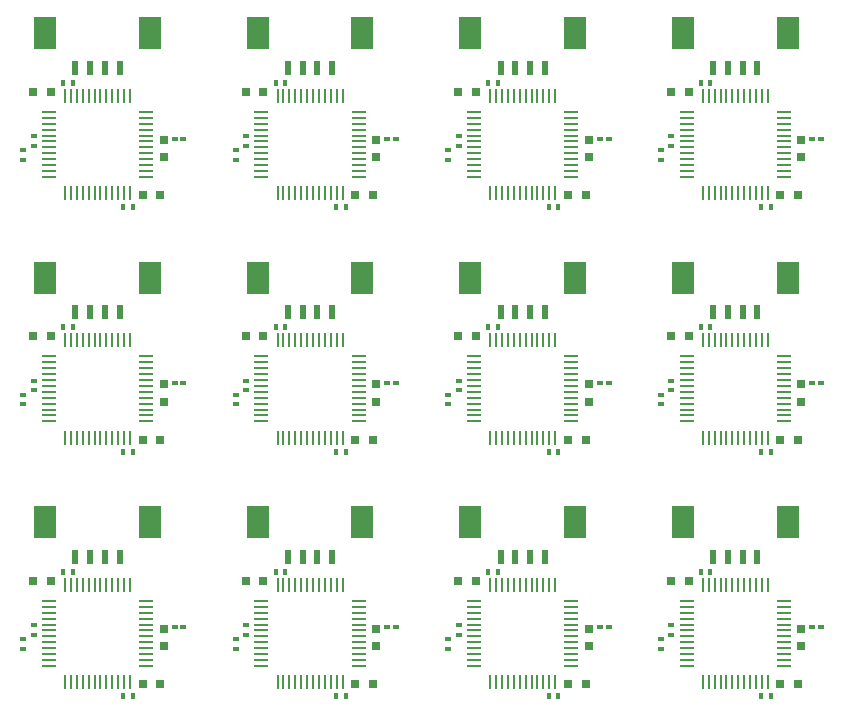
<source format=gtp>
G04*
G04 #@! TF.GenerationSoftware,Altium Limited,Altium Designer,20.1.11 (218)*
G04*
G04 Layer_Color=8421504*
%FSLAX25Y25*%
%MOIN*%
G70*
G04*
G04 #@! TF.SameCoordinates,4A8DF08C-7CCE-415C-BD08-992622932B33*
G04*
G04*
G04 #@! TF.FilePolarity,Positive*
G04*
G01*
G75*
%ADD14R,0.01968X0.01575*%
%ADD15R,0.01575X0.01968*%
%ADD16R,0.03150X0.03150*%
%ADD17R,0.01968X0.01772*%
%ADD18R,0.02362X0.04724*%
%ADD19R,0.07480X0.11024*%
%ADD20O,0.04921X0.00984*%
%ADD21O,0.00984X0.04921*%
%ADD22R,0.03150X0.03150*%
G54D14*
X85039Y-81890D02*
D03*
Y-78740D02*
D03*
X81496Y-86614D02*
D03*
Y-83465D02*
D03*
X85039Y81102D02*
D03*
Y84252D02*
D03*
X81496Y76378D02*
D03*
Y79528D02*
D03*
X85039Y-394D02*
D03*
Y2756D02*
D03*
X81496Y-5118D02*
D03*
Y-1969D02*
D03*
X-56693Y-394D02*
D03*
Y2756D02*
D03*
X-60236Y-5118D02*
D03*
Y-1969D02*
D03*
X-56693Y81102D02*
D03*
Y84252D02*
D03*
X-60236Y76378D02*
D03*
Y79528D02*
D03*
X-56693Y-81890D02*
D03*
Y-78740D02*
D03*
X-60236Y-86614D02*
D03*
Y-83465D02*
D03*
X-127559Y-394D02*
D03*
Y2756D02*
D03*
X-131102Y-5118D02*
D03*
Y-1969D02*
D03*
X14173Y-394D02*
D03*
Y2756D02*
D03*
X10630Y-5118D02*
D03*
Y-1969D02*
D03*
X-127559Y81102D02*
D03*
Y84252D02*
D03*
X-131102Y76378D02*
D03*
Y79528D02*
D03*
X14173Y81102D02*
D03*
Y84252D02*
D03*
X10630Y76378D02*
D03*
Y79528D02*
D03*
X-127559Y-81890D02*
D03*
Y-78740D02*
D03*
X-131102Y-86614D02*
D03*
Y-83465D02*
D03*
X14173Y-81890D02*
D03*
Y-78740D02*
D03*
X10630Y-86614D02*
D03*
Y-83465D02*
D03*
G54D15*
X118110Y-102362D02*
D03*
X114961D02*
D03*
X94882Y-61024D02*
D03*
X98032D02*
D03*
X118110Y60630D02*
D03*
X114961D02*
D03*
X94882Y101969D02*
D03*
X98032D02*
D03*
X118110Y-20866D02*
D03*
X114961D02*
D03*
X94882Y20472D02*
D03*
X98032D02*
D03*
X-23622Y-20866D02*
D03*
X-26772D02*
D03*
X-46850Y20472D02*
D03*
X-43701D02*
D03*
X-23622Y60630D02*
D03*
X-26772D02*
D03*
X-46850Y101969D02*
D03*
X-43701D02*
D03*
X-23622Y-102362D02*
D03*
X-26772D02*
D03*
X-46850Y-61024D02*
D03*
X-43701D02*
D03*
X-94488Y-20866D02*
D03*
X-97638D02*
D03*
X-117717Y20472D02*
D03*
X-114567D02*
D03*
X47244Y-20866D02*
D03*
X44094D02*
D03*
X24016Y20472D02*
D03*
X27165D02*
D03*
X-94488Y60630D02*
D03*
X-97638D02*
D03*
X-117717Y101969D02*
D03*
X-114567D02*
D03*
X47244Y60630D02*
D03*
X44094D02*
D03*
X24016Y101969D02*
D03*
X27165D02*
D03*
X-94488Y-102362D02*
D03*
X-97638D02*
D03*
X-117717Y-61024D02*
D03*
X-114567D02*
D03*
X47244Y-102362D02*
D03*
X44094D02*
D03*
X24016Y-61024D02*
D03*
X27165D02*
D03*
G54D16*
X127276Y-98472D02*
D03*
X121370D02*
D03*
X84823Y-63972D02*
D03*
X90728D02*
D03*
X127276Y64520D02*
D03*
X121370D02*
D03*
X84823Y99020D02*
D03*
X90728D02*
D03*
X127276Y-16976D02*
D03*
X121370D02*
D03*
X84823Y17524D02*
D03*
X90728D02*
D03*
X-14457Y-16976D02*
D03*
X-20362D02*
D03*
X-56910Y17524D02*
D03*
X-51004D02*
D03*
X-14457Y64520D02*
D03*
X-20362D02*
D03*
X-56910Y99020D02*
D03*
X-51004D02*
D03*
X-14457Y-98472D02*
D03*
X-20362D02*
D03*
X-56910Y-63972D02*
D03*
X-51004D02*
D03*
X-85323Y-16976D02*
D03*
X-91228D02*
D03*
X-127776Y17524D02*
D03*
X-121870D02*
D03*
X56409Y-16976D02*
D03*
X50504D02*
D03*
X13957Y17524D02*
D03*
X19862D02*
D03*
X-85323Y64520D02*
D03*
X-91228D02*
D03*
X-127776Y99020D02*
D03*
X-121870D02*
D03*
X56409Y64520D02*
D03*
X50504D02*
D03*
X13957Y99020D02*
D03*
X19862D02*
D03*
X-85323Y-98472D02*
D03*
X-91228D02*
D03*
X-127776Y-63972D02*
D03*
X-121870D02*
D03*
X56409Y-98472D02*
D03*
X50504D02*
D03*
X13957Y-63972D02*
D03*
X19862D02*
D03*
G54D17*
X131988Y-79528D02*
D03*
X134941D02*
D03*
X131988Y83465D02*
D03*
X134941D02*
D03*
X131988Y1969D02*
D03*
X134941D02*
D03*
X-9744D02*
D03*
X-6791D02*
D03*
X-9744Y83465D02*
D03*
X-6791D02*
D03*
X-9744Y-79528D02*
D03*
X-6791D02*
D03*
X-80610Y1969D02*
D03*
X-77658D02*
D03*
X61122D02*
D03*
X64075D02*
D03*
X-80610Y83465D02*
D03*
X-77658D02*
D03*
X61122D02*
D03*
X64075D02*
D03*
X-80610Y-79528D02*
D03*
X-77658D02*
D03*
X61122D02*
D03*
X64075D02*
D03*
G54D18*
X103839Y-55905D02*
D03*
X108760D02*
D03*
X113681D02*
D03*
X98917D02*
D03*
X103839Y107087D02*
D03*
X108760D02*
D03*
X113681D02*
D03*
X98917D02*
D03*
X103839Y25591D02*
D03*
X108760D02*
D03*
X113681D02*
D03*
X98917D02*
D03*
X-37894D02*
D03*
X-32972D02*
D03*
X-28051D02*
D03*
X-42815D02*
D03*
X-37894Y107087D02*
D03*
X-32972D02*
D03*
X-28051D02*
D03*
X-42815D02*
D03*
X-37894Y-55905D02*
D03*
X-32972D02*
D03*
X-28051D02*
D03*
X-42815D02*
D03*
X-108760Y25591D02*
D03*
X-103839D02*
D03*
X-98917D02*
D03*
X-113681D02*
D03*
X32972D02*
D03*
X37894D02*
D03*
X42815D02*
D03*
X28051D02*
D03*
X-108760Y107087D02*
D03*
X-103839D02*
D03*
X-98917D02*
D03*
X-113681D02*
D03*
X32972D02*
D03*
X37894D02*
D03*
X42815D02*
D03*
X28051D02*
D03*
X-108760Y-55905D02*
D03*
X-103839D02*
D03*
X-98917D02*
D03*
X-113681D02*
D03*
X32972D02*
D03*
X37894D02*
D03*
X42815D02*
D03*
X28051D02*
D03*
G54D19*
X88878Y-44488D02*
D03*
X123721D02*
D03*
X88878Y118504D02*
D03*
X123721D02*
D03*
X88878Y37008D02*
D03*
X123721D02*
D03*
X-52854D02*
D03*
X-18012D02*
D03*
X-52854Y118504D02*
D03*
X-18012D02*
D03*
X-52854Y-44488D02*
D03*
X-18012D02*
D03*
X-123721Y37008D02*
D03*
X-88878D02*
D03*
X18012D02*
D03*
X52854D02*
D03*
X-123721Y118504D02*
D03*
X-88878D02*
D03*
X18012D02*
D03*
X52854D02*
D03*
X-123721Y-44488D02*
D03*
X-88878D02*
D03*
X18012D02*
D03*
X52854D02*
D03*
G54D20*
X90059Y-70669D02*
D03*
Y-72638D02*
D03*
Y-74606D02*
D03*
Y-76575D02*
D03*
Y-78543D02*
D03*
Y-80512D02*
D03*
Y-82480D02*
D03*
Y-84449D02*
D03*
Y-86417D02*
D03*
Y-88386D02*
D03*
Y-90354D02*
D03*
Y-92323D02*
D03*
X122539D02*
D03*
Y-90354D02*
D03*
Y-88386D02*
D03*
Y-86417D02*
D03*
Y-84449D02*
D03*
Y-82480D02*
D03*
Y-80512D02*
D03*
Y-78543D02*
D03*
Y-76575D02*
D03*
Y-74606D02*
D03*
Y-72638D02*
D03*
Y-70669D02*
D03*
X90059Y92323D02*
D03*
Y90354D02*
D03*
Y88386D02*
D03*
Y86417D02*
D03*
Y84449D02*
D03*
Y82480D02*
D03*
Y80512D02*
D03*
Y78543D02*
D03*
Y76575D02*
D03*
Y74606D02*
D03*
Y72638D02*
D03*
Y70669D02*
D03*
X122539D02*
D03*
Y72638D02*
D03*
Y74606D02*
D03*
Y76575D02*
D03*
Y78543D02*
D03*
Y80512D02*
D03*
Y82480D02*
D03*
Y84449D02*
D03*
Y86417D02*
D03*
Y88386D02*
D03*
Y90354D02*
D03*
Y92323D02*
D03*
X90059Y10827D02*
D03*
Y8858D02*
D03*
Y6890D02*
D03*
Y4921D02*
D03*
Y2953D02*
D03*
Y984D02*
D03*
Y-984D02*
D03*
Y-2953D02*
D03*
Y-4921D02*
D03*
Y-6890D02*
D03*
Y-8858D02*
D03*
Y-10827D02*
D03*
X122539D02*
D03*
Y-8858D02*
D03*
Y-6890D02*
D03*
Y-4921D02*
D03*
Y-2953D02*
D03*
Y-984D02*
D03*
Y984D02*
D03*
Y2953D02*
D03*
Y4921D02*
D03*
Y6890D02*
D03*
Y8858D02*
D03*
Y10827D02*
D03*
X-51673D02*
D03*
Y8858D02*
D03*
Y6890D02*
D03*
Y4921D02*
D03*
Y2953D02*
D03*
Y984D02*
D03*
Y-984D02*
D03*
Y-2953D02*
D03*
Y-4921D02*
D03*
Y-6890D02*
D03*
Y-8858D02*
D03*
Y-10827D02*
D03*
X-19193D02*
D03*
Y-8858D02*
D03*
Y-6890D02*
D03*
Y-4921D02*
D03*
Y-2953D02*
D03*
Y-984D02*
D03*
Y984D02*
D03*
Y2953D02*
D03*
Y4921D02*
D03*
Y6890D02*
D03*
Y8858D02*
D03*
Y10827D02*
D03*
X-51673Y92323D02*
D03*
Y90354D02*
D03*
Y88386D02*
D03*
Y86417D02*
D03*
Y84449D02*
D03*
Y82480D02*
D03*
Y80512D02*
D03*
Y78543D02*
D03*
Y76575D02*
D03*
Y74606D02*
D03*
Y72638D02*
D03*
Y70669D02*
D03*
X-19193D02*
D03*
Y72638D02*
D03*
Y74606D02*
D03*
Y76575D02*
D03*
Y78543D02*
D03*
Y80512D02*
D03*
Y82480D02*
D03*
Y84449D02*
D03*
Y86417D02*
D03*
Y88386D02*
D03*
Y90354D02*
D03*
Y92323D02*
D03*
X-51673Y-70669D02*
D03*
Y-72638D02*
D03*
Y-74606D02*
D03*
Y-76575D02*
D03*
Y-78543D02*
D03*
Y-80512D02*
D03*
Y-82480D02*
D03*
Y-84449D02*
D03*
Y-86417D02*
D03*
Y-88386D02*
D03*
Y-90354D02*
D03*
Y-92323D02*
D03*
X-19193D02*
D03*
Y-90354D02*
D03*
Y-88386D02*
D03*
Y-86417D02*
D03*
Y-84449D02*
D03*
Y-82480D02*
D03*
Y-80512D02*
D03*
Y-78543D02*
D03*
Y-76575D02*
D03*
Y-74606D02*
D03*
Y-72638D02*
D03*
Y-70669D02*
D03*
X-122539Y10827D02*
D03*
Y8858D02*
D03*
Y6890D02*
D03*
Y4921D02*
D03*
Y2953D02*
D03*
Y984D02*
D03*
Y-984D02*
D03*
Y-2953D02*
D03*
Y-4921D02*
D03*
Y-6890D02*
D03*
Y-8858D02*
D03*
Y-10827D02*
D03*
X-90059D02*
D03*
Y-8858D02*
D03*
Y-6890D02*
D03*
Y-4921D02*
D03*
Y-2953D02*
D03*
Y-984D02*
D03*
Y984D02*
D03*
Y2953D02*
D03*
Y4921D02*
D03*
Y6890D02*
D03*
Y8858D02*
D03*
Y10827D02*
D03*
X19193D02*
D03*
Y8858D02*
D03*
Y6890D02*
D03*
Y4921D02*
D03*
Y2953D02*
D03*
Y984D02*
D03*
Y-984D02*
D03*
Y-2953D02*
D03*
Y-4921D02*
D03*
Y-6890D02*
D03*
Y-8858D02*
D03*
Y-10827D02*
D03*
X51673D02*
D03*
Y-8858D02*
D03*
Y-6890D02*
D03*
Y-4921D02*
D03*
Y-2953D02*
D03*
Y-984D02*
D03*
Y984D02*
D03*
Y2953D02*
D03*
Y4921D02*
D03*
Y6890D02*
D03*
Y8858D02*
D03*
Y10827D02*
D03*
X-122539Y92323D02*
D03*
Y90354D02*
D03*
Y88386D02*
D03*
Y86417D02*
D03*
Y84449D02*
D03*
Y82480D02*
D03*
Y80512D02*
D03*
Y78543D02*
D03*
Y76575D02*
D03*
Y74606D02*
D03*
Y72638D02*
D03*
Y70669D02*
D03*
X-90059D02*
D03*
Y72638D02*
D03*
Y74606D02*
D03*
Y76575D02*
D03*
Y78543D02*
D03*
Y80512D02*
D03*
Y82480D02*
D03*
Y84449D02*
D03*
Y86417D02*
D03*
Y88386D02*
D03*
Y90354D02*
D03*
Y92323D02*
D03*
X19193D02*
D03*
Y90354D02*
D03*
Y88386D02*
D03*
Y86417D02*
D03*
Y84449D02*
D03*
Y82480D02*
D03*
Y80512D02*
D03*
Y78543D02*
D03*
Y76575D02*
D03*
Y74606D02*
D03*
Y72638D02*
D03*
Y70669D02*
D03*
X51673D02*
D03*
Y72638D02*
D03*
Y74606D02*
D03*
Y76575D02*
D03*
Y78543D02*
D03*
Y80512D02*
D03*
Y82480D02*
D03*
Y84449D02*
D03*
Y86417D02*
D03*
Y88386D02*
D03*
Y90354D02*
D03*
Y92323D02*
D03*
X-122539Y-70669D02*
D03*
Y-72638D02*
D03*
Y-74606D02*
D03*
Y-76575D02*
D03*
Y-78543D02*
D03*
Y-80512D02*
D03*
Y-82480D02*
D03*
Y-84449D02*
D03*
Y-86417D02*
D03*
Y-88386D02*
D03*
Y-90354D02*
D03*
Y-92323D02*
D03*
X-90059D02*
D03*
Y-90354D02*
D03*
Y-88386D02*
D03*
Y-86417D02*
D03*
Y-84449D02*
D03*
Y-82480D02*
D03*
Y-80512D02*
D03*
Y-78543D02*
D03*
Y-76575D02*
D03*
Y-74606D02*
D03*
Y-72638D02*
D03*
Y-70669D02*
D03*
X19193D02*
D03*
Y-72638D02*
D03*
Y-74606D02*
D03*
Y-76575D02*
D03*
Y-78543D02*
D03*
Y-80512D02*
D03*
Y-82480D02*
D03*
Y-84449D02*
D03*
Y-86417D02*
D03*
Y-88386D02*
D03*
Y-90354D02*
D03*
Y-92323D02*
D03*
X51673D02*
D03*
Y-90354D02*
D03*
Y-88386D02*
D03*
Y-86417D02*
D03*
Y-84449D02*
D03*
Y-82480D02*
D03*
Y-80512D02*
D03*
Y-78543D02*
D03*
Y-76575D02*
D03*
Y-74606D02*
D03*
Y-72638D02*
D03*
Y-70669D02*
D03*
G54D21*
X95472Y-97736D02*
D03*
X97441D02*
D03*
X99409D02*
D03*
X101378D02*
D03*
X103347D02*
D03*
X105315D02*
D03*
X107283D02*
D03*
X109252D02*
D03*
X111221D02*
D03*
X113189D02*
D03*
X115157D02*
D03*
X117126D02*
D03*
Y-65256D02*
D03*
X115157D02*
D03*
X113189D02*
D03*
X111221D02*
D03*
X109252D02*
D03*
X107283D02*
D03*
X105315D02*
D03*
X103347D02*
D03*
X101378D02*
D03*
X99409D02*
D03*
X97441D02*
D03*
X95472D02*
D03*
Y65256D02*
D03*
X97441D02*
D03*
X99409D02*
D03*
X101378D02*
D03*
X103347D02*
D03*
X105315D02*
D03*
X107283D02*
D03*
X109252D02*
D03*
X111221D02*
D03*
X113189D02*
D03*
X115157D02*
D03*
X117126D02*
D03*
Y97736D02*
D03*
X115157D02*
D03*
X113189D02*
D03*
X111221D02*
D03*
X109252D02*
D03*
X107283D02*
D03*
X105315D02*
D03*
X103347D02*
D03*
X101378D02*
D03*
X99409D02*
D03*
X97441D02*
D03*
X95472D02*
D03*
Y-16240D02*
D03*
X97441D02*
D03*
X99409D02*
D03*
X101378D02*
D03*
X103347D02*
D03*
X105315D02*
D03*
X107283D02*
D03*
X109252D02*
D03*
X111221D02*
D03*
X113189D02*
D03*
X115157D02*
D03*
X117126D02*
D03*
Y16240D02*
D03*
X115157D02*
D03*
X113189D02*
D03*
X111221D02*
D03*
X109252D02*
D03*
X107283D02*
D03*
X105315D02*
D03*
X103347D02*
D03*
X101378D02*
D03*
X99409D02*
D03*
X97441D02*
D03*
X95472D02*
D03*
X-46260Y-16240D02*
D03*
X-44291D02*
D03*
X-42323D02*
D03*
X-40354D02*
D03*
X-38386D02*
D03*
X-36417D02*
D03*
X-34449D02*
D03*
X-32480D02*
D03*
X-30512D02*
D03*
X-28543D02*
D03*
X-26575D02*
D03*
X-24606D02*
D03*
Y16240D02*
D03*
X-26575D02*
D03*
X-28543D02*
D03*
X-30512D02*
D03*
X-32480D02*
D03*
X-34449D02*
D03*
X-36417D02*
D03*
X-38386D02*
D03*
X-40354D02*
D03*
X-42323D02*
D03*
X-44291D02*
D03*
X-46260D02*
D03*
Y65256D02*
D03*
X-44291D02*
D03*
X-42323D02*
D03*
X-40354D02*
D03*
X-38386D02*
D03*
X-36417D02*
D03*
X-34449D02*
D03*
X-32480D02*
D03*
X-30512D02*
D03*
X-28543D02*
D03*
X-26575D02*
D03*
X-24606D02*
D03*
Y97736D02*
D03*
X-26575D02*
D03*
X-28543D02*
D03*
X-30512D02*
D03*
X-32480D02*
D03*
X-34449D02*
D03*
X-36417D02*
D03*
X-38386D02*
D03*
X-40354D02*
D03*
X-42323D02*
D03*
X-44291D02*
D03*
X-46260D02*
D03*
Y-97736D02*
D03*
X-44291D02*
D03*
X-42323D02*
D03*
X-40354D02*
D03*
X-38386D02*
D03*
X-36417D02*
D03*
X-34449D02*
D03*
X-32480D02*
D03*
X-30512D02*
D03*
X-28543D02*
D03*
X-26575D02*
D03*
X-24606D02*
D03*
Y-65256D02*
D03*
X-26575D02*
D03*
X-28543D02*
D03*
X-30512D02*
D03*
X-32480D02*
D03*
X-34449D02*
D03*
X-36417D02*
D03*
X-38386D02*
D03*
X-40354D02*
D03*
X-42323D02*
D03*
X-44291D02*
D03*
X-46260D02*
D03*
X-117126Y-16240D02*
D03*
X-115157D02*
D03*
X-113189D02*
D03*
X-111221D02*
D03*
X-109252D02*
D03*
X-107283D02*
D03*
X-105315D02*
D03*
X-103347D02*
D03*
X-101378D02*
D03*
X-99410D02*
D03*
X-97441D02*
D03*
X-95472D02*
D03*
Y16240D02*
D03*
X-97441D02*
D03*
X-99410D02*
D03*
X-101378D02*
D03*
X-103347D02*
D03*
X-105315D02*
D03*
X-107283D02*
D03*
X-109252D02*
D03*
X-111221D02*
D03*
X-113189D02*
D03*
X-115157D02*
D03*
X-117126D02*
D03*
X24606Y-16240D02*
D03*
X26575D02*
D03*
X28543D02*
D03*
X30512D02*
D03*
X32480D02*
D03*
X34449D02*
D03*
X36417D02*
D03*
X38386D02*
D03*
X40354D02*
D03*
X42323D02*
D03*
X44291D02*
D03*
X46260D02*
D03*
Y16240D02*
D03*
X44291D02*
D03*
X42323D02*
D03*
X40354D02*
D03*
X38386D02*
D03*
X36417D02*
D03*
X34449D02*
D03*
X32480D02*
D03*
X30512D02*
D03*
X28543D02*
D03*
X26575D02*
D03*
X24606D02*
D03*
X-117126Y65256D02*
D03*
X-115157D02*
D03*
X-113189D02*
D03*
X-111221D02*
D03*
X-109252D02*
D03*
X-107283D02*
D03*
X-105315D02*
D03*
X-103347D02*
D03*
X-101378D02*
D03*
X-99410D02*
D03*
X-97441D02*
D03*
X-95472D02*
D03*
Y97736D02*
D03*
X-97441D02*
D03*
X-99410D02*
D03*
X-101378D02*
D03*
X-103347D02*
D03*
X-105315D02*
D03*
X-107283D02*
D03*
X-109252D02*
D03*
X-111221D02*
D03*
X-113189D02*
D03*
X-115157D02*
D03*
X-117126D02*
D03*
X24606Y65256D02*
D03*
X26575D02*
D03*
X28543D02*
D03*
X30512D02*
D03*
X32480D02*
D03*
X34449D02*
D03*
X36417D02*
D03*
X38386D02*
D03*
X40354D02*
D03*
X42323D02*
D03*
X44291D02*
D03*
X46260D02*
D03*
Y97736D02*
D03*
X44291D02*
D03*
X42323D02*
D03*
X40354D02*
D03*
X38386D02*
D03*
X36417D02*
D03*
X34449D02*
D03*
X32480D02*
D03*
X30512D02*
D03*
X28543D02*
D03*
X26575D02*
D03*
X24606D02*
D03*
X-117126Y-97736D02*
D03*
X-115157D02*
D03*
X-113189D02*
D03*
X-111221D02*
D03*
X-109252D02*
D03*
X-107283D02*
D03*
X-105315D02*
D03*
X-103347D02*
D03*
X-101378D02*
D03*
X-99410D02*
D03*
X-97441D02*
D03*
X-95472D02*
D03*
Y-65256D02*
D03*
X-97441D02*
D03*
X-99410D02*
D03*
X-101378D02*
D03*
X-103347D02*
D03*
X-105315D02*
D03*
X-107283D02*
D03*
X-109252D02*
D03*
X-111221D02*
D03*
X-113189D02*
D03*
X-115157D02*
D03*
X-117126D02*
D03*
X24606Y-97736D02*
D03*
X26575D02*
D03*
X28543D02*
D03*
X30512D02*
D03*
X32480D02*
D03*
X34449D02*
D03*
X36417D02*
D03*
X38386D02*
D03*
X40354D02*
D03*
X42323D02*
D03*
X44291D02*
D03*
X46260D02*
D03*
Y-65256D02*
D03*
X44291D02*
D03*
X42323D02*
D03*
X40354D02*
D03*
X38386D02*
D03*
X36417D02*
D03*
X34449D02*
D03*
X32480D02*
D03*
X30512D02*
D03*
X28543D02*
D03*
X26575D02*
D03*
X24606D02*
D03*
G54D22*
X128347Y-79921D02*
D03*
Y-85827D02*
D03*
Y83071D02*
D03*
Y77165D02*
D03*
Y1575D02*
D03*
Y-4331D02*
D03*
X-13386Y1575D02*
D03*
Y-4331D02*
D03*
Y83071D02*
D03*
Y77165D02*
D03*
Y-79921D02*
D03*
Y-85827D02*
D03*
X-84252Y1575D02*
D03*
Y-4331D02*
D03*
X57480Y1575D02*
D03*
Y-4331D02*
D03*
X-84252Y83071D02*
D03*
Y77165D02*
D03*
X57480Y83071D02*
D03*
Y77165D02*
D03*
X-84252Y-79921D02*
D03*
Y-85827D02*
D03*
X57480Y-79921D02*
D03*
Y-85827D02*
D03*
M02*

</source>
